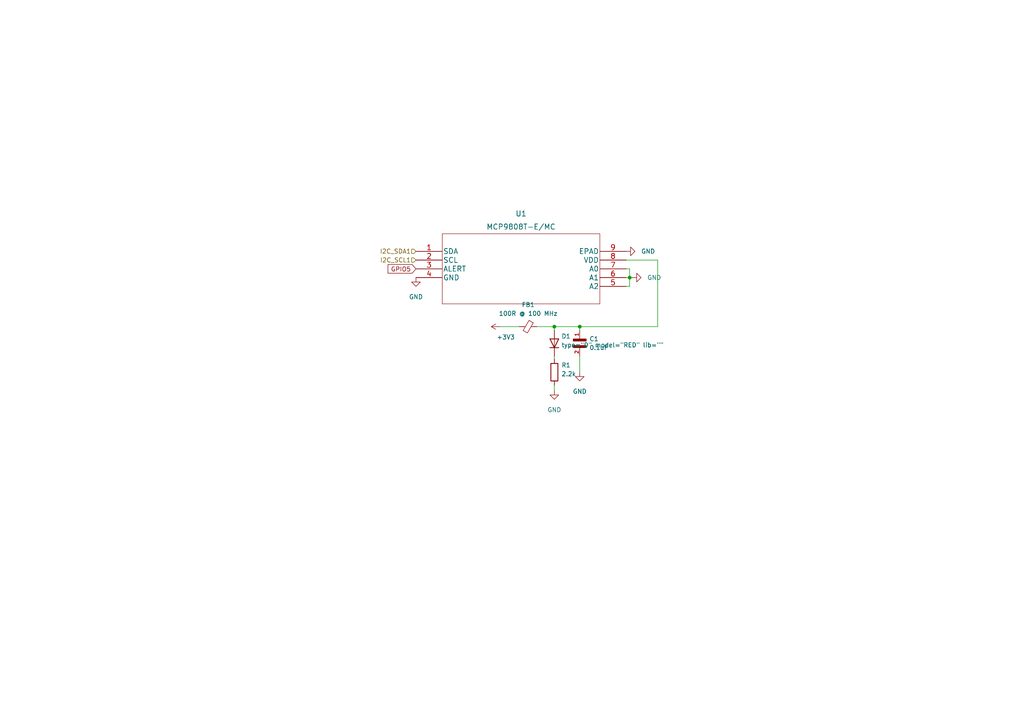
<source format=kicad_sch>
(kicad_sch (version 20211123) (generator eeschema)
  (paper "A4")
  (lib_symbols
    (symbol "Daughterboard_Symbols:CL10B104KB8NNNL" (pin_names (offset 1.016) hide)
      (property "Reference" "C" (at 0 3.81 0))
      (property "Value" "CL10B104KB8NNNL" (at 0 -5.08 0))
      (symbol "CL10B104KB8NNNL_0_0"
        (rectangle (start 0 -1.905) (end 0.635 1.905) (fill (type outline)))
        (rectangle (start 1.905 -1.905) (end 2.54 1.905) (fill (type outline)))
        (pin passive line (at -2.54 0 0) (length 2.54) (name "~") (number "1"))
        (pin passive line (at 5.08 0 180) (length 2.54) (name "~") (number "2"))
      )
    )
    (symbol "Daughterboard_Symbols:MCP9808T-E{brace}slash}MC" (pin_names (offset 0.254))
      (property "Reference" "U" (at 30.48 10.16 0))
      (property "Value" "MCP9808T-E{brace}slash}MC" (at 30.48 7.62 0))
      (symbol "MCP9808T-E{brace}slash}MC_1_1"
        (polyline (pts (xy 7.62 -15.24) (xy 53.34 -15.24)) (stroke (width 0.127)))
        (polyline (pts (xy 7.62 5.08) (xy 7.62 -15.24)) (stroke (width 0.127)))
        (polyline (pts (xy 53.34 -15.24) (xy 53.34 5.08)) (stroke (width 0.127)))
        (polyline (pts (xy 53.34 5.08) (xy 7.62 5.08)) (stroke (width 0.127)))
        (pin unspecified line (at 0 0 0) (length 7.62) (name "SDA") (number "1"))
        (pin unspecified line (at 0 -2.54 0) (length 7.62) (name "SCL") (number "2"))
        (pin output line (at 0 -5.08 0) (length 7.62) (name "ALERT") (number "3"))
        (pin power_in line (at 0 -7.62 0) (length 7.62) (name "GND") (number "4"))
        (pin unspecified line (at 60.96 -10.16 180) (length 7.62) (name "A2") (number "5"))
        (pin unspecified line (at 60.96 -7.62 180) (length 7.62) (name "A1") (number "6"))
        (pin unspecified line (at 60.96 -5.08 180) (length 7.62) (name "A0") (number "7"))
        (pin power_in line (at 60.96 -2.54 180) (length 7.62) (name "VDD") (number "8"))
        (pin unspecified line (at 60.96 0 180) (length 7.62) (name "EPAD") (number "9"))
      )
    )
    (symbol "Device:FerriteBead_Small" (pin_numbers hide) (pin_names (offset 0))
      (property "Reference" "FB" (at 1.905 1.27 0))
      (property "Value" "FerriteBead_Small" (at 1.905 -1.27 0))
      (symbol "FerriteBead_Small_0_1"
        (polyline (pts (xy 0 -1.27) (xy 0 -0.7874)))
        (polyline (pts (xy 0 0.889) (xy 0 1.2954)))
        (polyline (pts (xy -1.8288 0.2794) (xy -1.1176 1.4986) (xy 1.8288 -0.2032) (xy 1.1176 -1.4224) (xy -1.8288 0.2794)))
      )
      (symbol "FerriteBead_Small_1_1"
        (pin passive line (at 0 2.54 270) (length 1.27) (name "~") (number "1"))
        (pin passive line (at 0 -2.54 90) (length 1.27) (name "~") (number "2"))
      )
    )
    (symbol "Device:R" (pin_numbers hide) (pin_names (offset 0))
      (property "Reference" "R" (at 2.032 0 90))
      (property "Value" "R" (at 0 0 90))
      (symbol "R_0_1"
        (rectangle (start -1.016 -2.54) (end 1.016 2.54) (stroke (width 0.254)))
      )
      (symbol "R_1_1"
        (pin passive line (at 0 3.81 270) (length 1.27) (name "~") (number "1"))
        (pin passive line (at 0 -3.81 90) (length 1.27) (name "~") (number "2"))
      )
    )
    (symbol "Imported_OBC_Library:power_+3V3" (power) (pin_names (offset 0))
      (property "Value" "power_+3V3" (at 0 3.556 0))
      (symbol "power_+3V3_0_1"
        (polyline (pts (xy -0.762 1.27) (xy 0 2.54)))
        (polyline (pts (xy 0 0) (xy 0 2.54)))
        (polyline (pts (xy 0 2.54) (xy 0.762 1.27)))
      )
      (symbol "power_+3V3_1_1"
        (pin power_in line (at 0 0 90) (length 0) hide (name "+3V3") (number "1"))
      )
    )
    (symbol "Simulation_SPICE:DIODE" (pin_numbers hide) (pin_names (offset 1.016) hide)
      (property "Reference" "D" (at 0 2.54 0))
      (property "Value" "DIODE" (at 0 -2.54 0))
      (symbol "DIODE_0_1"
        (polyline (pts (xy 1.27 0) (xy -1.27 0)))
        (polyline (pts (xy 1.27 1.27) (xy 1.27 -1.27)) (stroke (width 0.254)))
        (polyline (pts (xy -1.27 -1.27) (xy -1.27 1.27) (xy 1.27 0) (xy -1.27 -1.27)) (stroke (width 0.254)))
      )
      (symbol "DIODE_1_1"
        (pin passive line (at -3.81 0 0) (length 2.54) (name "A") (number "1"))
        (pin passive line (at 3.81 0 180) (length 2.54) (name "K") (number "2"))
      )
    )
    (symbol "power:GND" (power) (pin_names (offset 0))
      (property "Value" "GND" (at 0 -3.81 0))
      (symbol "GND_0_1"
        (polyline (pts (xy 0 0) (xy 0 -1.27) (xy 1.27 -1.27) (xy 0 -2.54) (xy -1.27 -1.27) (xy 0 -1.27)))
      )
      (symbol "GND_1_1"
        (pin power_in line (at 0 0 270) (length 0) hide (name "GND") (number "1"))
      )
    )
  )
  (junction (at 182.626 80.518))
  (junction (at 160.782 94.742))
  (junction (at 168.148 94.742))
  (wire (pts (xy 160.782 111.76) (xy 160.782 113.284)))
  (wire (pts (xy 181.61 77.978) (xy 182.626 77.978)))
  (wire (pts (xy 190.754 94.742) (xy 168.148 94.742)))
  (wire (pts (xy 155.702 94.742) (xy 160.782 94.742)))
  (wire (pts (xy 160.782 94.742) (xy 160.782 95.758)))
  (wire (pts (xy 145.034 94.742) (xy 150.622 94.742)))
  (wire (pts (xy 181.61 75.438) (xy 190.754 75.438)))
  (wire (pts (xy 190.754 75.438) (xy 190.754 94.742)))
  (wire (pts (xy 182.626 80.518) (xy 183.388 80.518)))
  (wire (pts (xy 181.61 83.058) (xy 182.626 83.058)))
  (wire (pts (xy 181.61 80.518) (xy 182.626 80.518)))
  (wire (pts (xy 168.148 94.742) (xy 168.148 95.758)))
  (wire (pts (xy 160.782 103.378) (xy 160.782 104.14)))
  (wire (pts (xy 160.782 94.742) (xy 168.148 94.742)))
  (wire (pts (xy 182.626 77.978) (xy 182.626 80.518)))
  (wire (pts (xy 182.626 83.058) (xy 182.626 80.518)))
  (wire (pts (xy 168.148 103.378) (xy 168.148 107.95)))
  (global_label "GPIO5" (shape input) (at 120.65 77.978 180) (property "Intersheet References" "${INTERSHEET_REFS}" (effects hide)))
  (hierarchical_label "I2C_SDA1" (shape input) (at 120.65 72.898 180))
  (hierarchical_label "I2C_SCL1" (shape input) (at 120.65 75.438 180))
  (symbol (lib_id "power:GND") (at 168.148 107.95 0) (unit 1)
    (property "Reference" "#PWR0104" (effects hide))
    (property "Value" "GND" (at 168.148 113.538 0))
  )
  (symbol (lib_id "power:GND") (at 183.388 80.518 90) (unit 1)
    (property "Reference" "#PWR0106" (effects hide))
    (property "Value" "GND" (at 187.706 80.5179 90) (effects (justify right)))
  )
  (symbol (lib_id "power:GND") (at 160.782 113.284 0) (unit 1)
    (property "Reference" "#PWR0105" (effects hide))
    (property "Value" "GND" (at 160.782 118.872 0))
  )
  (symbol (lib_id "power:GND") (at 120.65 80.518 0) (unit 1)
    (property "Reference" "#PWR0108" (effects hide))
    (property "Value" "GND" (at 120.65 86.106 0))
  )
  (symbol (lib_id "Simulation_SPICE:DIODE") (at 160.782 99.568 270) (unit 1)
    (property "Reference" "D1" (at 162.814 97.5359 90) (effects (justify left)))
    (property "Value" "RED" (at 162.814 100.0759 90) (effects (justify left)))
    (property "Footprint" "Daughterboard_footprints:CAPC1608X90N" (effects hide))
    (property "Spice_Netlist_Enabled" "Y" (effects hide))
    (property "Spice_Primitive" "D" (effects hide))
  )
  (symbol (lib_id "Device:R") (at 160.782 107.95 0) (unit 1)
    (property "Reference" "R1" (at 162.814 105.9179 0) (effects (justify left)))
    (property "Value" "2.2k" (at 162.814 108.4579 0) (effects (justify left)))
    (property "Footprint" "Daughterboard_footprints:RESC1608X55N" (effects hide))
  )
  (symbol (lib_id "power:GND") (at 181.61 72.898 90) (unit 1)
    (property "Reference" "#PWR0101" (effects hide))
    (property "Value" "GND" (at 185.928 72.8979 90) (effects (justify right)))
  )
  (symbol (lib_id "Daughterboard_Symbols:MCP9808T-E{brace}slash}MC") (at 120.65 72.898 0) (unit 1)
    (property "Reference" "U1" (at 151.13 61.976 0) (effects (font (size 1.524 1.524))))
    (property "Value" "MCP9808T-E{slash}MC" (at 151.13 65.786 0) (effects (font (size 1.524 1.524))))
    (property "Footprint" "Daughterboard_footprints:SOP65P490X110-8N" (effects hide))
  )
  (symbol (lib_id "Daughterboard_Symbols:CL10B104KB8NNNL") (at 168.148 98.298 270) (unit 1)
    (property "Reference" "C1" (at 170.942 98.2979 90) (effects (justify left)))
    (property "Value" "0.1uF" (at 170.942 100.8379 90) (effects (justify left)))
    (property "Footprint" "CAPC1608X90N" (effects hide))
  )
  (symbol (lib_id "Imported_OBC_Library:power_+3V3") (at 145.034 94.742 90) (unit 1)
    (property "Reference" "#PWR0107" (effects hide))
    (property "Value" "power_+3V3" (at 149.352 97.79 90) (effects (justify left)))
  )
  (symbol (lib_id "Device:FerriteBead_Small") (at 153.162 94.742 270) (unit 1)
    (property "Reference" "FB1" (at 153.2001 88.392 90))
    (property "Value" "100R @ 100 MHz" (at 153.2001 90.932 90))
    (property "Footprint" "Daughterboard_footprints:BEADC1608X75N" (effects hide))
  )
)
</source>
